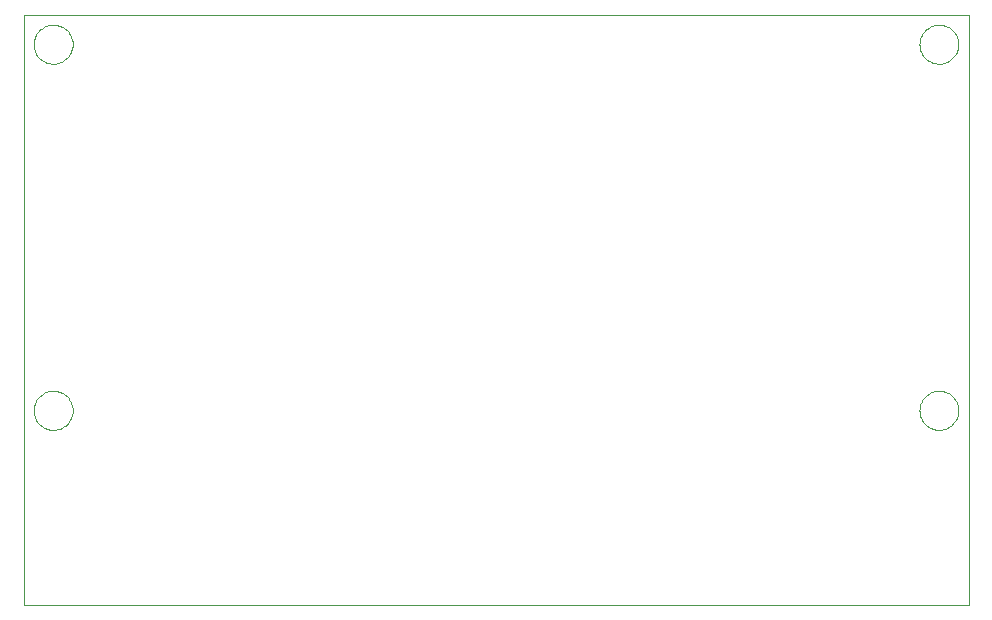
<source format=gbo>
G75*
G70*
%OFA0B0*%
%FSLAX24Y24*%
%IPPOS*%
%LPD*%
%AMOC8*
5,1,8,0,0,1.08239X$1,22.5*
%
%ADD10C,0.0000*%
D10*
X002510Y000181D02*
X002510Y019866D01*
X034006Y019866D01*
X034006Y000181D01*
X002510Y000181D01*
X002844Y006677D02*
X002846Y006727D01*
X002852Y006777D01*
X002862Y006827D01*
X002875Y006875D01*
X002892Y006923D01*
X002913Y006969D01*
X002937Y007013D01*
X002965Y007055D01*
X002996Y007095D01*
X003030Y007132D01*
X003067Y007167D01*
X003106Y007198D01*
X003147Y007227D01*
X003191Y007252D01*
X003237Y007274D01*
X003284Y007292D01*
X003332Y007306D01*
X003381Y007317D01*
X003431Y007324D01*
X003481Y007327D01*
X003532Y007326D01*
X003582Y007321D01*
X003632Y007312D01*
X003680Y007300D01*
X003728Y007283D01*
X003774Y007263D01*
X003819Y007240D01*
X003862Y007213D01*
X003902Y007183D01*
X003940Y007150D01*
X003975Y007114D01*
X004008Y007075D01*
X004037Y007034D01*
X004063Y006991D01*
X004086Y006946D01*
X004105Y006899D01*
X004120Y006851D01*
X004132Y006802D01*
X004140Y006752D01*
X004144Y006702D01*
X004144Y006652D01*
X004140Y006602D01*
X004132Y006552D01*
X004120Y006503D01*
X004105Y006455D01*
X004086Y006408D01*
X004063Y006363D01*
X004037Y006320D01*
X004008Y006279D01*
X003975Y006240D01*
X003940Y006204D01*
X003902Y006171D01*
X003862Y006141D01*
X003819Y006114D01*
X003774Y006091D01*
X003728Y006071D01*
X003680Y006054D01*
X003632Y006042D01*
X003582Y006033D01*
X003532Y006028D01*
X003481Y006027D01*
X003431Y006030D01*
X003381Y006037D01*
X003332Y006048D01*
X003284Y006062D01*
X003237Y006080D01*
X003191Y006102D01*
X003147Y006127D01*
X003106Y006156D01*
X003067Y006187D01*
X003030Y006222D01*
X002996Y006259D01*
X002965Y006299D01*
X002937Y006341D01*
X002913Y006385D01*
X002892Y006431D01*
X002875Y006479D01*
X002862Y006527D01*
X002852Y006577D01*
X002846Y006627D01*
X002844Y006677D01*
X002844Y018882D02*
X002846Y018932D01*
X002852Y018982D01*
X002862Y019032D01*
X002875Y019080D01*
X002892Y019128D01*
X002913Y019174D01*
X002937Y019218D01*
X002965Y019260D01*
X002996Y019300D01*
X003030Y019337D01*
X003067Y019372D01*
X003106Y019403D01*
X003147Y019432D01*
X003191Y019457D01*
X003237Y019479D01*
X003284Y019497D01*
X003332Y019511D01*
X003381Y019522D01*
X003431Y019529D01*
X003481Y019532D01*
X003532Y019531D01*
X003582Y019526D01*
X003632Y019517D01*
X003680Y019505D01*
X003728Y019488D01*
X003774Y019468D01*
X003819Y019445D01*
X003862Y019418D01*
X003902Y019388D01*
X003940Y019355D01*
X003975Y019319D01*
X004008Y019280D01*
X004037Y019239D01*
X004063Y019196D01*
X004086Y019151D01*
X004105Y019104D01*
X004120Y019056D01*
X004132Y019007D01*
X004140Y018957D01*
X004144Y018907D01*
X004144Y018857D01*
X004140Y018807D01*
X004132Y018757D01*
X004120Y018708D01*
X004105Y018660D01*
X004086Y018613D01*
X004063Y018568D01*
X004037Y018525D01*
X004008Y018484D01*
X003975Y018445D01*
X003940Y018409D01*
X003902Y018376D01*
X003862Y018346D01*
X003819Y018319D01*
X003774Y018296D01*
X003728Y018276D01*
X003680Y018259D01*
X003632Y018247D01*
X003582Y018238D01*
X003532Y018233D01*
X003481Y018232D01*
X003431Y018235D01*
X003381Y018242D01*
X003332Y018253D01*
X003284Y018267D01*
X003237Y018285D01*
X003191Y018307D01*
X003147Y018332D01*
X003106Y018361D01*
X003067Y018392D01*
X003030Y018427D01*
X002996Y018464D01*
X002965Y018504D01*
X002937Y018546D01*
X002913Y018590D01*
X002892Y018636D01*
X002875Y018684D01*
X002862Y018732D01*
X002852Y018782D01*
X002846Y018832D01*
X002844Y018882D01*
X032371Y018882D02*
X032373Y018932D01*
X032379Y018982D01*
X032389Y019032D01*
X032402Y019080D01*
X032419Y019128D01*
X032440Y019174D01*
X032464Y019218D01*
X032492Y019260D01*
X032523Y019300D01*
X032557Y019337D01*
X032594Y019372D01*
X032633Y019403D01*
X032674Y019432D01*
X032718Y019457D01*
X032764Y019479D01*
X032811Y019497D01*
X032859Y019511D01*
X032908Y019522D01*
X032958Y019529D01*
X033008Y019532D01*
X033059Y019531D01*
X033109Y019526D01*
X033159Y019517D01*
X033207Y019505D01*
X033255Y019488D01*
X033301Y019468D01*
X033346Y019445D01*
X033389Y019418D01*
X033429Y019388D01*
X033467Y019355D01*
X033502Y019319D01*
X033535Y019280D01*
X033564Y019239D01*
X033590Y019196D01*
X033613Y019151D01*
X033632Y019104D01*
X033647Y019056D01*
X033659Y019007D01*
X033667Y018957D01*
X033671Y018907D01*
X033671Y018857D01*
X033667Y018807D01*
X033659Y018757D01*
X033647Y018708D01*
X033632Y018660D01*
X033613Y018613D01*
X033590Y018568D01*
X033564Y018525D01*
X033535Y018484D01*
X033502Y018445D01*
X033467Y018409D01*
X033429Y018376D01*
X033389Y018346D01*
X033346Y018319D01*
X033301Y018296D01*
X033255Y018276D01*
X033207Y018259D01*
X033159Y018247D01*
X033109Y018238D01*
X033059Y018233D01*
X033008Y018232D01*
X032958Y018235D01*
X032908Y018242D01*
X032859Y018253D01*
X032811Y018267D01*
X032764Y018285D01*
X032718Y018307D01*
X032674Y018332D01*
X032633Y018361D01*
X032594Y018392D01*
X032557Y018427D01*
X032523Y018464D01*
X032492Y018504D01*
X032464Y018546D01*
X032440Y018590D01*
X032419Y018636D01*
X032402Y018684D01*
X032389Y018732D01*
X032379Y018782D01*
X032373Y018832D01*
X032371Y018882D01*
X032371Y006677D02*
X032373Y006727D01*
X032379Y006777D01*
X032389Y006827D01*
X032402Y006875D01*
X032419Y006923D01*
X032440Y006969D01*
X032464Y007013D01*
X032492Y007055D01*
X032523Y007095D01*
X032557Y007132D01*
X032594Y007167D01*
X032633Y007198D01*
X032674Y007227D01*
X032718Y007252D01*
X032764Y007274D01*
X032811Y007292D01*
X032859Y007306D01*
X032908Y007317D01*
X032958Y007324D01*
X033008Y007327D01*
X033059Y007326D01*
X033109Y007321D01*
X033159Y007312D01*
X033207Y007300D01*
X033255Y007283D01*
X033301Y007263D01*
X033346Y007240D01*
X033389Y007213D01*
X033429Y007183D01*
X033467Y007150D01*
X033502Y007114D01*
X033535Y007075D01*
X033564Y007034D01*
X033590Y006991D01*
X033613Y006946D01*
X033632Y006899D01*
X033647Y006851D01*
X033659Y006802D01*
X033667Y006752D01*
X033671Y006702D01*
X033671Y006652D01*
X033667Y006602D01*
X033659Y006552D01*
X033647Y006503D01*
X033632Y006455D01*
X033613Y006408D01*
X033590Y006363D01*
X033564Y006320D01*
X033535Y006279D01*
X033502Y006240D01*
X033467Y006204D01*
X033429Y006171D01*
X033389Y006141D01*
X033346Y006114D01*
X033301Y006091D01*
X033255Y006071D01*
X033207Y006054D01*
X033159Y006042D01*
X033109Y006033D01*
X033059Y006028D01*
X033008Y006027D01*
X032958Y006030D01*
X032908Y006037D01*
X032859Y006048D01*
X032811Y006062D01*
X032764Y006080D01*
X032718Y006102D01*
X032674Y006127D01*
X032633Y006156D01*
X032594Y006187D01*
X032557Y006222D01*
X032523Y006259D01*
X032492Y006299D01*
X032464Y006341D01*
X032440Y006385D01*
X032419Y006431D01*
X032402Y006479D01*
X032389Y006527D01*
X032379Y006577D01*
X032373Y006627D01*
X032371Y006677D01*
M02*

</source>
